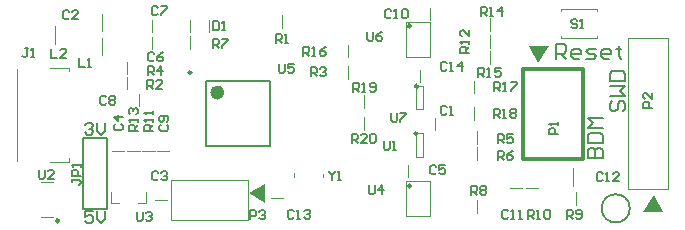
<source format=gto>
G04 Layer_Color=65535*
%FSLAX23Y23*%
%MOIN*%
G70*
G01*
G75*
%ADD28C,0.010*%
%ADD39C,0.008*%
%ADD40C,0.024*%
%ADD41C,0.004*%
%ADD42C,0.012*%
%ADD43C,0.005*%
%ADD44C,0.008*%
%ADD45C,0.007*%
G36*
X2305Y890D02*
X2240D01*
X2275Y945D01*
X2305Y890D01*
D02*
G37*
G36*
X980Y918D02*
X925Y953D01*
X980Y983D01*
Y918D01*
D02*
G37*
G36*
X1890Y1387D02*
X1860Y1442D01*
X1926D01*
X1890Y1387D01*
D02*
G37*
D28*
X293Y860D02*
G03*
X293Y860I-5J0D01*
G01*
X735Y1354D02*
G03*
X735Y1354I-5J0D01*
G01*
X1488Y1151D02*
G03*
X1488Y1151I-5J0D01*
G01*
X1490Y1308D02*
G03*
X1490Y1308I-5J0D01*
G01*
X1466Y1509D02*
G03*
X1466Y1509I-5J0D01*
G01*
X1467Y976D02*
G03*
X1467Y976I-5J0D01*
G01*
D39*
X2196Y901D02*
G03*
X2196Y901I-47J0D01*
G01*
X374Y900D02*
X452D01*
X374D02*
Y1136D01*
X452Y900D02*
Y1136D01*
X374D02*
X452D01*
X782Y1110D02*
Y1326D01*
X998Y1110D02*
Y1326D01*
X782D02*
X998D01*
X782Y1110D02*
X998D01*
D40*
X833Y1287D02*
G03*
X833Y1287I-12J0D01*
G01*
D41*
X234Y989D02*
X272D01*
X234Y871D02*
X272D01*
X520Y1093D02*
X562D01*
X570D02*
X612D01*
X280Y1450D02*
Y1510D01*
X435Y1411D02*
Y1470D01*
X730Y1490D02*
Y1530D01*
X794Y1490D02*
Y1530D01*
X465Y918D02*
Y956D01*
Y918D02*
X492D01*
X556D02*
X583D01*
Y956D01*
X614Y928D02*
X654D01*
X471Y1093D02*
X511D01*
X1967Y1468D02*
Y1476D01*
X2085Y1468D02*
Y1476D01*
X1967Y1468D02*
X2085D01*
X1967Y1566D02*
X2085D01*
Y1558D02*
Y1566D01*
X1967Y1558D02*
Y1566D01*
X922Y863D02*
Y997D01*
X668Y863D02*
X922D01*
X668D02*
Y997D01*
X922D01*
X2189Y964D02*
X2323D01*
Y1469D01*
X2189D02*
X2323D01*
X2189Y964D02*
Y1469D01*
X1495Y1323D02*
Y1363D01*
X1545Y1163D02*
Y1203D01*
X1530Y1528D02*
Y1568D01*
X560Y1243D02*
Y1283D01*
X1255Y1404D02*
Y1446D01*
Y1332D02*
Y1374D01*
X1037Y1502D02*
Y1544D01*
X1483Y1151D02*
X1507D01*
X1483Y1072D02*
X1507D01*
X1483D02*
Y1151D01*
X1507Y1072D02*
Y1151D01*
Y1231D02*
Y1310D01*
X1483Y1231D02*
Y1310D01*
Y1231D02*
X1507D01*
X1483Y1310D02*
X1507D01*
X1173Y1005D02*
Y1017D01*
X1075Y1006D02*
Y1018D01*
X1730Y1437D02*
Y1479D01*
Y1492D02*
Y1534D01*
X1675Y1197D02*
Y1239D01*
X1675Y1284D02*
Y1326D01*
X1685Y1062D02*
Y1104D01*
Y1117D02*
Y1159D01*
X520Y1298D02*
Y1340D01*
Y1348D02*
Y1390D01*
X435Y1491D02*
Y1550D01*
X602Y1433D02*
Y1473D01*
X1001Y935D02*
X1040D01*
X1455Y1005D02*
Y1045D01*
X602Y1490D02*
Y1530D01*
X621Y1093D02*
X661D01*
X153Y1059D02*
Y1367D01*
X262Y1056D02*
X325D01*
X262Y1370D02*
X325D01*
Y1056D02*
Y1068D01*
Y1358D02*
Y1370D01*
X730Y1432D02*
Y1474D01*
X2006Y977D02*
Y1036D01*
X1730Y1382D02*
Y1424D01*
X1449Y1405D02*
Y1522D01*
X1531Y1405D02*
Y1522D01*
X1449D02*
X1531D01*
X1449Y1405D02*
X1531D01*
X1449Y875D02*
X1531D01*
X1449Y992D02*
X1531D01*
Y875D02*
Y992D01*
X1449Y875D02*
Y992D01*
X1685Y887D02*
Y929D01*
X2015Y913D02*
Y955D01*
X1849Y968D02*
X1891D01*
X1795D02*
X1835D01*
X1311Y1162D02*
Y1204D01*
X1311Y1237D02*
Y1279D01*
D42*
X2040Y1067D02*
Y1367D01*
X1840D02*
X2040D01*
X1840Y1067D02*
Y1367D01*
Y1067D02*
X2040D01*
D43*
X226Y1029D02*
Y1004D01*
X231Y999D01*
X241D01*
X246Y1004D01*
Y1029D01*
X276Y999D02*
X256D01*
X276Y1019D01*
Y1024D01*
X271Y1029D01*
X261D01*
X256Y1024D01*
X556Y1159D02*
X526D01*
Y1174D01*
X531Y1179D01*
X541D01*
X546Y1174D01*
Y1159D01*
Y1169D02*
X556Y1179D01*
Y1189D02*
Y1199D01*
Y1194D01*
X526D01*
X531Y1189D01*
Y1214D02*
X526Y1219D01*
Y1229D01*
X531Y1234D01*
X536D01*
X541Y1229D01*
Y1224D01*
Y1229D01*
X546Y1234D01*
X551D01*
X556Y1229D01*
Y1219D01*
X551Y1214D01*
X607Y1160D02*
X577D01*
Y1175D01*
X582Y1180D01*
X592D01*
X597Y1175D01*
Y1160D01*
Y1170D02*
X607Y1180D01*
Y1190D02*
Y1200D01*
Y1195D01*
X577D01*
X582Y1190D01*
X607Y1215D02*
Y1225D01*
Y1220D01*
X577D01*
X582Y1215D01*
X268Y1433D02*
Y1403D01*
X288D01*
X318D02*
X298D01*
X318Y1423D01*
Y1428D01*
X313Y1433D01*
X303D01*
X298Y1428D01*
X359Y1401D02*
Y1371D01*
X379D01*
X389D02*
X399D01*
X394D01*
Y1401D01*
X389Y1396D01*
X808Y1524D02*
Y1494D01*
X823D01*
X828Y1499D01*
Y1519D01*
X823Y1524D01*
X808D01*
X838Y1494D02*
X848D01*
X843D01*
Y1524D01*
X838Y1519D01*
X553Y890D02*
Y865D01*
X558Y860D01*
X568D01*
X573Y865D01*
Y890D01*
X583Y885D02*
X588Y890D01*
X598D01*
X603Y885D01*
Y880D01*
X598Y875D01*
X593D01*
X598D01*
X603Y870D01*
Y865D01*
X598Y860D01*
X588D01*
X583Y865D01*
X624Y1019D02*
X619Y1024D01*
X609D01*
X604Y1019D01*
Y999D01*
X609Y994D01*
X619D01*
X624Y999D01*
X634Y1019D02*
X639Y1024D01*
X649D01*
X654Y1019D01*
Y1014D01*
X649Y1009D01*
X644D01*
X649D01*
X654Y1004D01*
Y999D01*
X649Y994D01*
X639D01*
X634Y999D01*
X480Y1182D02*
X475Y1177D01*
Y1167D01*
X480Y1162D01*
X500D01*
X505Y1167D01*
Y1177D01*
X500Y1182D01*
X505Y1207D02*
X475D01*
X490Y1192D01*
Y1212D01*
X336Y1000D02*
Y990D01*
Y995D01*
X361D01*
X366Y990D01*
Y985D01*
X361Y980D01*
X366Y1010D02*
X336D01*
Y1025D01*
X341Y1030D01*
X351D01*
X356Y1025D01*
Y1010D01*
X366Y1040D02*
Y1050D01*
Y1045D01*
X336D01*
X341Y1040D01*
X2021Y1527D02*
X2016Y1532D01*
X2006D01*
X2001Y1527D01*
Y1522D01*
X2006Y1517D01*
X2016D01*
X2021Y1512D01*
Y1507D01*
X2016Y1502D01*
X2006D01*
X2001Y1507D01*
X2031Y1502D02*
X2041D01*
X2036D01*
Y1532D01*
X2031Y1527D01*
X930Y865D02*
Y895D01*
X945D01*
X950Y890D01*
Y880D01*
X945Y875D01*
X930D01*
X960Y890D02*
X965Y895D01*
X975D01*
X980Y890D01*
Y885D01*
X975Y880D01*
X970D01*
X975D01*
X980Y875D01*
Y870D01*
X975Y865D01*
X965D01*
X960Y870D01*
X2270Y1237D02*
X2240D01*
Y1252D01*
X2245Y1257D01*
X2255D01*
X2260Y1252D01*
Y1237D01*
X2270Y1287D02*
Y1267D01*
X2250Y1287D01*
X2245D01*
X2240Y1282D01*
Y1272D01*
X2245Y1267D01*
X1585Y1385D02*
X1580Y1390D01*
X1570D01*
X1565Y1385D01*
Y1365D01*
X1570Y1360D01*
X1580D01*
X1585Y1365D01*
X1595Y1360D02*
X1605D01*
X1600D01*
Y1390D01*
X1595Y1385D01*
X1635Y1360D02*
Y1390D01*
X1620Y1375D01*
X1640D01*
X1585Y1238D02*
X1580Y1243D01*
X1570D01*
X1565Y1238D01*
Y1218D01*
X1570Y1213D01*
X1580D01*
X1585Y1218D01*
X1595Y1213D02*
X1605D01*
X1600D01*
Y1243D01*
X1595Y1238D01*
X1401Y1560D02*
X1396Y1565D01*
X1386D01*
X1381Y1560D01*
Y1540D01*
X1386Y1535D01*
X1396D01*
X1401Y1540D01*
X1411Y1535D02*
X1421D01*
X1416D01*
Y1565D01*
X1411Y1560D01*
X1436D02*
X1441Y1565D01*
X1451D01*
X1456Y1560D01*
Y1540D01*
X1451Y1535D01*
X1441D01*
X1436Y1540D01*
Y1560D01*
X450Y1272D02*
X445Y1277D01*
X435D01*
X430Y1272D01*
Y1252D01*
X435Y1247D01*
X445D01*
X450Y1252D01*
X460Y1272D02*
X465Y1277D01*
X475D01*
X480Y1272D01*
Y1267D01*
X475Y1262D01*
X480Y1257D01*
Y1252D01*
X475Y1247D01*
X465D01*
X460Y1252D01*
Y1257D01*
X465Y1262D01*
X460Y1267D01*
Y1272D01*
X465Y1262D02*
X475D01*
X1025Y1383D02*
Y1358D01*
X1030Y1353D01*
X1040D01*
X1045Y1358D01*
Y1383D01*
X1075D02*
X1055D01*
Y1368D01*
X1065Y1373D01*
X1070D01*
X1075Y1368D01*
Y1358D01*
X1070Y1353D01*
X1060D01*
X1055Y1358D01*
X1108Y1409D02*
Y1439D01*
X1123D01*
X1128Y1434D01*
Y1424D01*
X1123Y1419D01*
X1108D01*
X1118D02*
X1128Y1409D01*
X1138D02*
X1148D01*
X1143D01*
Y1439D01*
X1138Y1434D01*
X1183Y1439D02*
X1173Y1434D01*
X1163Y1424D01*
Y1414D01*
X1168Y1409D01*
X1178D01*
X1183Y1414D01*
Y1419D01*
X1178Y1424D01*
X1163D01*
X1133Y1341D02*
Y1371D01*
X1148D01*
X1153Y1366D01*
Y1356D01*
X1148Y1351D01*
X1133D01*
X1143D02*
X1153Y1341D01*
X1163Y1366D02*
X1168Y1371D01*
X1178D01*
X1183Y1366D01*
Y1361D01*
X1178Y1356D01*
X1173D01*
X1178D01*
X1183Y1351D01*
Y1346D01*
X1178Y1341D01*
X1168D01*
X1163Y1346D01*
X1016Y1453D02*
Y1483D01*
X1031D01*
X1036Y1478D01*
Y1468D01*
X1031Y1463D01*
X1016D01*
X1026D02*
X1036Y1453D01*
X1046D02*
X1056D01*
X1051D01*
Y1483D01*
X1046Y1478D01*
X1375Y1126D02*
Y1101D01*
X1380Y1096D01*
X1390D01*
X1395Y1101D01*
Y1126D01*
X1405Y1096D02*
X1415D01*
X1410D01*
Y1126D01*
X1405Y1121D01*
X1400Y1219D02*
Y1194D01*
X1405Y1189D01*
X1415D01*
X1420Y1194D01*
Y1219D01*
X1430D02*
X1450D01*
Y1214D01*
X1430Y1194D01*
Y1189D01*
X1192Y1027D02*
Y1022D01*
X1202Y1012D01*
X1212Y1022D01*
Y1027D01*
X1202Y1012D02*
Y997D01*
X1222D02*
X1232D01*
X1227D01*
Y1027D01*
X1222Y1022D01*
X1660Y1420D02*
X1630D01*
Y1435D01*
X1635Y1440D01*
X1645D01*
X1650Y1435D01*
Y1420D01*
Y1430D02*
X1660Y1440D01*
Y1450D02*
Y1460D01*
Y1455D01*
X1630D01*
X1635Y1450D01*
X1660Y1495D02*
Y1475D01*
X1640Y1495D01*
X1635D01*
X1630Y1490D01*
Y1480D01*
X1635Y1475D01*
X1699Y1543D02*
Y1573D01*
X1714D01*
X1719Y1568D01*
Y1558D01*
X1714Y1553D01*
X1699D01*
X1709D02*
X1719Y1543D01*
X1729D02*
X1739D01*
X1734D01*
Y1573D01*
X1729Y1568D01*
X1769Y1543D02*
Y1573D01*
X1754Y1558D01*
X1774D01*
X1743Y1203D02*
Y1233D01*
X1758D01*
X1763Y1228D01*
Y1218D01*
X1758Y1213D01*
X1743D01*
X1753D02*
X1763Y1203D01*
X1773D02*
X1783D01*
X1778D01*
Y1233D01*
X1773Y1228D01*
X1798D02*
X1803Y1233D01*
X1813D01*
X1818Y1228D01*
Y1223D01*
X1813Y1218D01*
X1818Y1213D01*
Y1208D01*
X1813Y1203D01*
X1803D01*
X1798Y1208D01*
Y1213D01*
X1803Y1218D01*
X1798Y1223D01*
Y1228D01*
X1803Y1218D02*
X1813D01*
X1744Y1291D02*
Y1321D01*
X1759D01*
X1764Y1316D01*
Y1306D01*
X1759Y1301D01*
X1744D01*
X1754D02*
X1764Y1291D01*
X1774D02*
X1784D01*
X1779D01*
Y1321D01*
X1774Y1316D01*
X1799Y1321D02*
X1819D01*
Y1316D01*
X1799Y1296D01*
Y1291D01*
X1755Y1063D02*
Y1093D01*
X1770D01*
X1775Y1088D01*
Y1078D01*
X1770Y1073D01*
X1755D01*
X1765D02*
X1775Y1063D01*
X1805Y1093D02*
X1795Y1088D01*
X1785Y1078D01*
Y1068D01*
X1790Y1063D01*
X1800D01*
X1805Y1068D01*
Y1073D01*
X1800Y1078D01*
X1785D01*
X1755Y1118D02*
Y1148D01*
X1770D01*
X1775Y1143D01*
Y1133D01*
X1770Y1128D01*
X1755D01*
X1765D02*
X1775Y1118D01*
X1805Y1148D02*
X1785D01*
Y1133D01*
X1795Y1138D01*
X1800D01*
X1805Y1133D01*
Y1123D01*
X1800Y1118D01*
X1790D01*
X1785Y1123D01*
X1958Y1148D02*
X1928D01*
Y1163D01*
X1933Y1168D01*
X1943D01*
X1948Y1163D01*
Y1148D01*
X1958Y1178D02*
Y1188D01*
Y1183D01*
X1928D01*
X1933Y1178D01*
X588Y1299D02*
Y1329D01*
X603D01*
X608Y1324D01*
Y1314D01*
X603Y1309D01*
X588D01*
X598D02*
X608Y1299D01*
X638D02*
X618D01*
X638Y1319D01*
Y1324D01*
X633Y1329D01*
X623D01*
X618Y1324D01*
X589Y1345D02*
Y1375D01*
X604D01*
X609Y1370D01*
Y1360D01*
X604Y1355D01*
X589D01*
X599D02*
X609Y1345D01*
X634D02*
Y1375D01*
X619Y1360D01*
X639D01*
X328Y1556D02*
X323Y1561D01*
X313D01*
X308Y1556D01*
Y1536D01*
X313Y1531D01*
X323D01*
X328Y1536D01*
X358Y1531D02*
X338D01*
X358Y1551D01*
Y1556D01*
X353Y1561D01*
X343D01*
X338Y1556D01*
X610Y1417D02*
X605Y1422D01*
X595D01*
X590Y1417D01*
Y1397D01*
X595Y1392D01*
X605D01*
X610Y1397D01*
X640Y1422D02*
X630Y1417D01*
X620Y1407D01*
Y1397D01*
X625Y1392D01*
X635D01*
X640Y1397D01*
Y1402D01*
X635Y1407D01*
X620D01*
X1076Y891D02*
X1071Y896D01*
X1061D01*
X1056Y891D01*
Y871D01*
X1061Y866D01*
X1071D01*
X1076Y871D01*
X1086Y866D02*
X1096D01*
X1091D01*
Y896D01*
X1086Y891D01*
X1111D02*
X1116Y896D01*
X1126D01*
X1131Y891D01*
Y886D01*
X1126Y881D01*
X1121D01*
X1126D01*
X1131Y876D01*
Y871D01*
X1126Y866D01*
X1116D01*
X1111Y871D01*
X1550Y1039D02*
X1545Y1044D01*
X1535D01*
X1530Y1039D01*
Y1019D01*
X1535Y1014D01*
X1545D01*
X1550Y1019D01*
X1580Y1044D02*
X1560D01*
Y1029D01*
X1570Y1034D01*
X1575D01*
X1580Y1029D01*
Y1019D01*
X1575Y1014D01*
X1565D01*
X1560Y1019D01*
X622Y1569D02*
X617Y1574D01*
X607D01*
X602Y1569D01*
Y1549D01*
X607Y1544D01*
X617D01*
X622Y1549D01*
X632Y1574D02*
X652D01*
Y1569D01*
X632Y1549D01*
Y1544D01*
X632Y1180D02*
X627Y1175D01*
Y1165D01*
X632Y1160D01*
X652D01*
X657Y1165D01*
Y1175D01*
X652Y1180D01*
Y1190D02*
X657Y1195D01*
Y1205D01*
X652Y1210D01*
X632D01*
X627Y1205D01*
Y1195D01*
X632Y1190D01*
X637D01*
X642Y1195D01*
Y1210D01*
X190Y1435D02*
X180D01*
X185D01*
Y1410D01*
X180Y1405D01*
X175D01*
X170Y1410D01*
X200Y1405D02*
X210D01*
X205D01*
Y1435D01*
X200Y1430D01*
X806Y1436D02*
Y1466D01*
X821D01*
X826Y1461D01*
Y1451D01*
X821Y1446D01*
X806D01*
X816D02*
X826Y1436D01*
X836Y1466D02*
X856D01*
Y1461D01*
X836Y1441D01*
Y1436D01*
X2106Y1016D02*
X2101Y1021D01*
X2091D01*
X2086Y1016D01*
Y996D01*
X2091Y991D01*
X2101D01*
X2106Y996D01*
X2116Y991D02*
X2126D01*
X2121D01*
Y1021D01*
X2116Y1016D01*
X2161Y991D02*
X2141D01*
X2161Y1011D01*
Y1016D01*
X2156Y1021D01*
X2146D01*
X2141Y1016D01*
X1690Y1340D02*
Y1370D01*
X1705D01*
X1710Y1365D01*
Y1355D01*
X1705Y1350D01*
X1690D01*
X1700D02*
X1710Y1340D01*
X1720D02*
X1730D01*
X1725D01*
Y1370D01*
X1720Y1365D01*
X1765Y1370D02*
X1745D01*
Y1355D01*
X1755Y1360D01*
X1760D01*
X1765Y1355D01*
Y1345D01*
X1760Y1340D01*
X1750D01*
X1745Y1345D01*
X1320Y1490D02*
Y1465D01*
X1325Y1460D01*
X1335D01*
X1340Y1465D01*
Y1490D01*
X1370D02*
X1360Y1485D01*
X1350Y1475D01*
Y1465D01*
X1355Y1460D01*
X1365D01*
X1370Y1465D01*
Y1470D01*
X1365Y1475D01*
X1350D01*
X1325Y978D02*
Y953D01*
X1330Y948D01*
X1340D01*
X1345Y953D01*
Y978D01*
X1370Y948D02*
Y978D01*
X1355Y963D01*
X1375D01*
X1668Y946D02*
Y976D01*
X1683D01*
X1688Y971D01*
Y961D01*
X1683Y956D01*
X1668D01*
X1678D02*
X1688Y946D01*
X1698Y971D02*
X1703Y976D01*
X1713D01*
X1718Y971D01*
Y966D01*
X1713Y961D01*
X1718Y956D01*
Y951D01*
X1713Y946D01*
X1703D01*
X1698Y951D01*
Y956D01*
X1703Y961D01*
X1698Y966D01*
Y971D01*
X1703Y961D02*
X1713D01*
X1985Y867D02*
Y897D01*
X2000D01*
X2005Y892D01*
Y882D01*
X2000Y877D01*
X1985D01*
X1995D02*
X2005Y867D01*
X2015Y872D02*
X2020Y867D01*
X2030D01*
X2035Y872D01*
Y892D01*
X2030Y897D01*
X2020D01*
X2015Y892D01*
Y887D01*
X2020Y882D01*
X2035D01*
X1855Y867D02*
Y897D01*
X1870D01*
X1875Y892D01*
Y882D01*
X1870Y877D01*
X1855D01*
X1865D02*
X1875Y867D01*
X1885D02*
X1895D01*
X1890D01*
Y897D01*
X1885Y892D01*
X1910D02*
X1915Y897D01*
X1925D01*
X1930Y892D01*
Y872D01*
X1925Y867D01*
X1915D01*
X1910Y872D01*
Y892D01*
X1791Y891D02*
X1786Y896D01*
X1776D01*
X1771Y891D01*
Y871D01*
X1776Y866D01*
X1786D01*
X1791Y871D01*
X1801Y866D02*
X1811D01*
X1806D01*
Y896D01*
X1801Y891D01*
X1826Y866D02*
X1836D01*
X1831D01*
Y896D01*
X1826Y891D01*
X1269Y1120D02*
Y1150D01*
X1284D01*
X1289Y1145D01*
Y1135D01*
X1284Y1130D01*
X1269D01*
X1279D02*
X1289Y1120D01*
X1319D02*
X1299D01*
X1319Y1140D01*
Y1145D01*
X1314Y1150D01*
X1304D01*
X1299Y1145D01*
X1329D02*
X1334Y1150D01*
X1344D01*
X1349Y1145D01*
Y1125D01*
X1344Y1120D01*
X1334D01*
X1329Y1125D01*
Y1145D01*
X1274Y1290D02*
Y1320D01*
X1289D01*
X1294Y1315D01*
Y1305D01*
X1289Y1300D01*
X1274D01*
X1284D02*
X1294Y1290D01*
X1304D02*
X1314D01*
X1309D01*
Y1320D01*
X1304Y1315D01*
X1329Y1295D02*
X1334Y1290D01*
X1344D01*
X1349Y1295D01*
Y1315D01*
X1344Y1320D01*
X1334D01*
X1329Y1315D01*
Y1310D01*
X1334Y1305D01*
X1349D01*
D44*
X2138Y1258D02*
X2130Y1250D01*
Y1233D01*
X2138Y1225D01*
X2147D01*
X2155Y1233D01*
Y1250D01*
X2163Y1258D01*
X2172D01*
X2180Y1250D01*
Y1233D01*
X2172Y1225D01*
X2130Y1275D02*
X2180D01*
X2163Y1292D01*
X2180Y1308D01*
X2130D01*
Y1325D02*
X2180D01*
Y1350D01*
X2172Y1358D01*
X2138D01*
X2130Y1350D01*
Y1325D01*
X2056Y1070D02*
X2106D01*
Y1095D01*
X2098Y1103D01*
X2089D01*
X2081Y1095D01*
Y1070D01*
Y1095D01*
X2073Y1103D01*
X2064D01*
X2056Y1095D01*
Y1070D01*
Y1120D02*
X2106D01*
Y1145D01*
X2098Y1153D01*
X2064D01*
X2056Y1145D01*
Y1120D01*
X2106Y1170D02*
X2056D01*
X2073Y1187D01*
X2056Y1203D01*
X2106D01*
X408Y891D02*
X381D01*
Y871D01*
X394Y878D01*
X401D01*
X408Y871D01*
Y858D01*
X401Y851D01*
X388D01*
X381Y858D01*
X421Y891D02*
Y864D01*
X434Y851D01*
X448Y864D01*
Y891D01*
X380Y1180D02*
X387Y1187D01*
X400D01*
X407Y1180D01*
Y1174D01*
X400Y1167D01*
X393D01*
X400D01*
X407Y1160D01*
Y1154D01*
X400Y1147D01*
X387D01*
X380Y1154D01*
X420Y1187D02*
Y1160D01*
X433Y1147D01*
X447Y1160D01*
Y1187D01*
D45*
X1951Y1400D02*
Y1450D01*
X1976D01*
X1984Y1442D01*
Y1425D01*
X1976Y1417D01*
X1951D01*
X1968D02*
X1984Y1400D01*
X2026D02*
X2009D01*
X2001Y1408D01*
Y1425D01*
X2009Y1433D01*
X2026D01*
X2034Y1425D01*
Y1417D01*
X2001D01*
X2051Y1400D02*
X2076D01*
X2084Y1408D01*
X2076Y1417D01*
X2059D01*
X2051Y1425D01*
X2059Y1433D01*
X2084D01*
X2126Y1400D02*
X2109D01*
X2101Y1408D01*
Y1425D01*
X2109Y1433D01*
X2126D01*
X2134Y1425D01*
Y1417D01*
X2101D01*
X2159Y1442D02*
Y1433D01*
X2151D01*
X2168D01*
X2159D01*
Y1408D01*
X2168Y1400D01*
M02*

</source>
